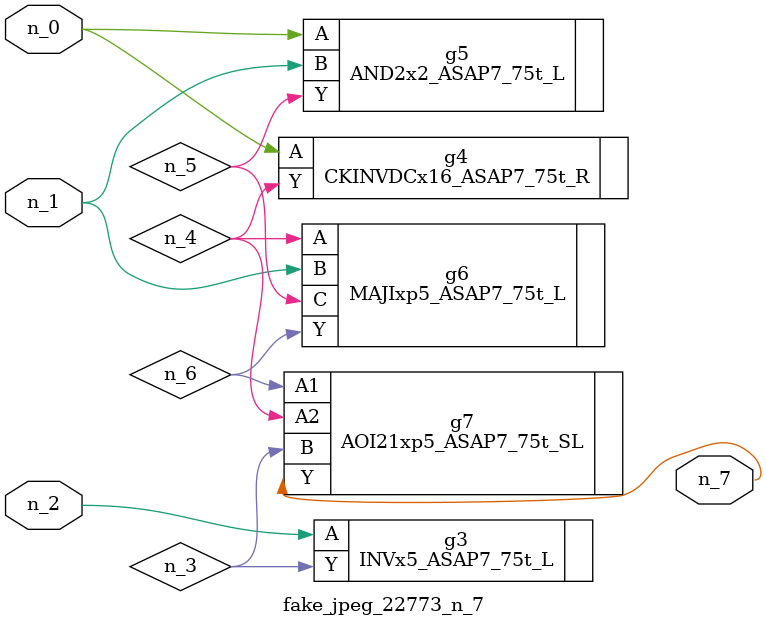
<source format=v>
module fake_jpeg_22773_n_7 (n_0, n_2, n_1, n_7);

input n_0;
input n_2;
input n_1;

output n_7;

wire n_3;
wire n_4;
wire n_6;
wire n_5;

INVx5_ASAP7_75t_L g3 ( 
.A(n_2),
.Y(n_3)
);

CKINVDCx16_ASAP7_75t_R g4 ( 
.A(n_0),
.Y(n_4)
);

AND2x2_ASAP7_75t_L g5 ( 
.A(n_0),
.B(n_1),
.Y(n_5)
);

MAJIxp5_ASAP7_75t_L g6 ( 
.A(n_4),
.B(n_1),
.C(n_5),
.Y(n_6)
);

AOI21xp5_ASAP7_75t_SL g7 ( 
.A1(n_6),
.A2(n_4),
.B(n_3),
.Y(n_7)
);


endmodule
</source>
